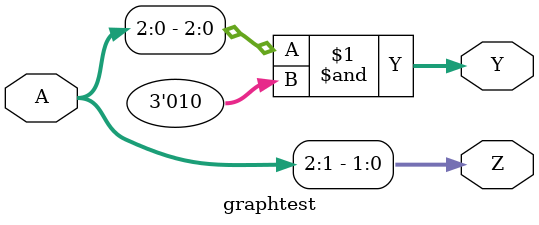
<source format=v>
module graphtest(A, Y, Z);
  input [3:0] A;
  output [2:0] Y;
  output [1:0] Z;
  assign Y = { A[2:0] & 3'h2 };
  assign Z = A[2:1];
endmodule

</source>
